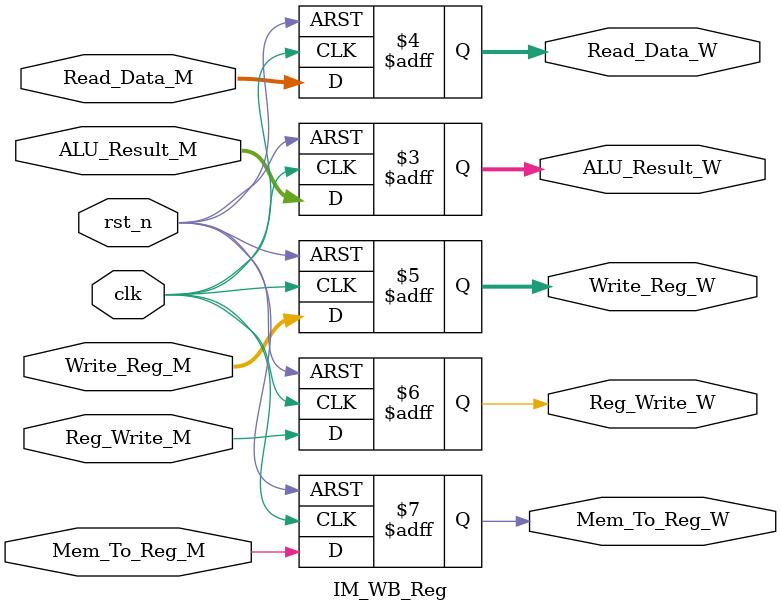
<source format=v>
module IM_WB_Reg (clk,rst_n,Reg_Write_M,Mem_To_Reg_M,Read_Data_M,ALU_Result_M,Write_Reg_M,
                  Reg_Write_W,Mem_To_Reg_W,Read_Data_W,ALU_Result_W,Write_Reg_W);

input [31:0] ALU_Result_M,Read_Data_M;
input [4:0] Write_Reg_M;
input clk,rst_n,Reg_Write_M,Mem_To_Reg_M;

output reg [31:0] ALU_Result_W,Read_Data_W;
output reg [4:0] Write_Reg_W;
output reg  Reg_Write_W,Mem_To_Reg_W;

always @(posedge clk or negedge rst_n) begin
    if(~rst_n)begin
        ALU_Result_W <= 32'b0;
        Read_Data_W  <= 32'b0;
        Write_Reg_W  <= 5'b0;
        Reg_Write_W  <= 1'b0;
        Mem_To_Reg_W <= 1'b0;
    end
    else begin
        ALU_Result_W <= ALU_Result_M;
        Read_Data_W  <= Read_Data_M;
        Write_Reg_W  <= Write_Reg_M;
        Reg_Write_W  <= Reg_Write_M;
        Mem_To_Reg_W <= Mem_To_Reg_M;
    end
end
endmodule
</source>
